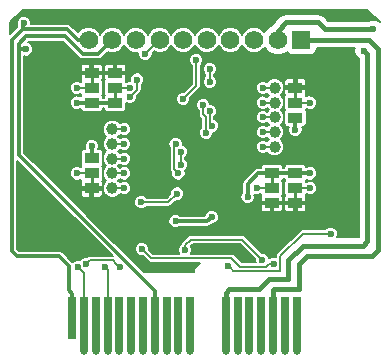
<source format=gbl>
G04 #@! TF.GenerationSoftware,KiCad,Pcbnew,(2018-01-07 revision 47989ccfc)-makepkg*
G04 #@! TF.CreationDate,2018-01-22T22:43:32+10:30*
G04 #@! TF.ProjectId,din_meter_atm90e26,64696E5F6D657465725F61746D393065,rev?*
G04 #@! TF.SameCoordinates,Original*
G04 #@! TF.FileFunction,Copper,L2,Bot,Mixed*
G04 #@! TF.FilePolarity,Positive*
%FSLAX46Y46*%
G04 Gerber Fmt 4.6, Leading zero omitted, Abs format (unit mm)*
G04 Created by KiCad (PCBNEW (2018-01-07 revision 47989ccfc)-makepkg) date 01/22/18 22:43:32*
%MOMM*%
%LPD*%
G01*
G04 APERTURE LIST*
%ADD10C,1.000000*%
%ADD11R,1.270000X0.970000*%
%ADD12R,1.575000X1.575000*%
%ADD13C,1.575000*%
%ADD14O,0.650000X0.650000*%
%ADD15R,0.650000X4.600000*%
%ADD16R,0.650000X3.600000*%
%ADD17C,0.600000*%
%ADD18C,0.250000*%
%ADD19C,0.150000*%
%ADD20C,0.300000*%
%ADD21C,0.400000*%
%ADD22C,0.200000*%
G04 APERTURE END LIST*
D10*
X138910000Y-70150000D03*
X138910000Y-68900000D03*
X138910000Y-73900000D03*
X138910000Y-72650000D03*
X138910000Y-71400000D03*
X152660000Y-70400000D03*
X152660000Y-69150000D03*
X152660000Y-67900000D03*
X152660000Y-66650000D03*
X152660000Y-65400000D03*
D11*
X137160000Y-64130000D03*
X137160000Y-65400000D03*
X137160000Y-66670000D03*
X137160000Y-71380000D03*
X137160000Y-72650000D03*
X137160000Y-73920000D03*
X139160000Y-64130000D03*
X139160000Y-65400000D03*
X139160000Y-66670000D03*
D12*
X154907000Y-61341000D03*
D13*
X152907000Y-61341000D03*
X150907000Y-61341000D03*
X148907000Y-61341000D03*
X146907000Y-61341000D03*
X144907000Y-61341000D03*
X142907000Y-61341000D03*
X140907000Y-61341000D03*
X138907000Y-61341000D03*
X136907000Y-61341000D03*
D11*
X152410000Y-75170000D03*
X152410000Y-73900000D03*
X152410000Y-72630000D03*
X154410000Y-75170000D03*
X154410000Y-73900000D03*
X154410000Y-72630000D03*
X154410000Y-67920000D03*
X154410000Y-66650000D03*
X154410000Y-65380000D03*
D14*
X136508000Y-87723000D03*
X154508000Y-87723000D03*
X153508000Y-87723000D03*
X148508000Y-87723000D03*
X145508000Y-87723000D03*
X152508000Y-87723000D03*
X149508000Y-87723000D03*
X137508000Y-87723000D03*
X151508000Y-87723000D03*
X150508000Y-87723000D03*
X144508000Y-87723000D03*
X143508000Y-87723000D03*
X142508000Y-87723000D03*
X141508000Y-87723000D03*
X140508000Y-87723000D03*
X139508000Y-87723000D03*
X138508000Y-87723000D03*
D15*
X149508000Y-85423000D03*
X148508000Y-85423000D03*
X154508000Y-85423000D03*
X153508000Y-85423000D03*
X152508000Y-85423000D03*
X151508000Y-85423000D03*
X150508000Y-85423000D03*
X145508000Y-85423000D03*
X144508000Y-85423000D03*
X143508000Y-85423000D03*
X142508000Y-85423000D03*
X141508000Y-85423000D03*
X140508000Y-85423000D03*
X139508000Y-85423000D03*
X138508000Y-85423000D03*
X137508000Y-85423000D03*
X136508000Y-85423000D03*
D16*
X135508000Y-84923000D03*
D17*
X140410000Y-65400000D03*
X144410000Y-74350000D03*
X141360000Y-75100000D03*
X141710000Y-62500000D03*
X146860000Y-69200000D03*
X146610000Y-66850000D03*
X144260000Y-70150000D03*
X144510000Y-72650000D03*
X144910000Y-66350000D03*
X146010000Y-63050000D03*
X144710000Y-70800000D03*
X144710000Y-71900000D03*
X135910000Y-72650000D03*
X144286000Y-79056000D03*
X145910000Y-79056000D03*
X142786461Y-79055354D03*
X148704000Y-79056000D03*
X138042239Y-79321293D03*
X155660000Y-70650000D03*
X151460000Y-71450000D03*
X135910000Y-68650000D03*
X138560000Y-67800000D03*
X131610000Y-59100000D03*
X136010000Y-60150000D03*
X134010000Y-62150000D03*
X160010000Y-59250000D03*
X152310000Y-59250000D03*
X145910000Y-60000000D03*
X159160000Y-74400000D03*
X159160000Y-77750000D03*
X143660000Y-73150000D03*
X140660000Y-79400000D03*
X152410000Y-79150000D03*
X149910000Y-79350000D03*
X155410000Y-77150000D03*
X135210000Y-78050000D03*
X151160000Y-74900000D03*
X154660000Y-63400000D03*
X149660000Y-63400000D03*
X140410000Y-64150000D03*
X135910000Y-64150000D03*
X135910000Y-73900000D03*
X132410000Y-64900000D03*
X132410000Y-70900000D03*
X132410000Y-75400000D03*
X147910000Y-66150000D03*
X159160000Y-63900000D03*
X159160000Y-68400000D03*
X155660000Y-75150000D03*
X155660000Y-65400000D03*
X135910000Y-65400000D03*
X147310000Y-76350000D03*
X150360000Y-74650000D03*
X144260000Y-76700000D03*
X154410000Y-68950000D03*
X137160000Y-70350000D03*
X135910000Y-66650000D03*
X155660000Y-72650000D03*
X151160000Y-73900000D03*
X155660000Y-66650000D03*
X155660000Y-73900000D03*
X147160000Y-63800000D03*
X147160000Y-64900000D03*
X147160000Y-67400000D03*
X147360000Y-68600000D03*
X151660000Y-70400000D03*
X151660000Y-69150000D03*
X151660000Y-67900000D03*
X151660000Y-66650000D03*
X151660000Y-65400000D03*
X139560000Y-80580000D03*
X136685978Y-80319685D03*
X136004000Y-80580000D03*
X141010000Y-64700000D03*
X140410000Y-66150000D03*
X139910000Y-68900000D03*
X139910000Y-70150000D03*
X139910000Y-71400000D03*
X139910000Y-72650000D03*
X139910000Y-73900000D03*
X138290000Y-80580000D03*
X131410000Y-59950000D03*
X141410000Y-79050000D03*
X152560000Y-80300000D03*
X148733208Y-80456023D03*
X157410000Y-77750000D03*
X145084798Y-79129816D03*
X151610000Y-80000000D03*
X160210000Y-62250000D03*
X161010000Y-60450000D03*
X131610000Y-62150000D03*
D18*
X139160000Y-65400000D02*
X139160000Y-66718000D01*
D19*
X140410000Y-65400000D02*
X139160000Y-65400000D01*
X144410000Y-74350000D02*
X143660000Y-75100000D01*
X143660000Y-75100000D02*
X141360000Y-75100000D01*
X141710000Y-62500000D02*
X142869000Y-61341000D01*
X142869000Y-61341000D02*
X142907000Y-61341000D01*
X146860000Y-69200000D02*
X146810000Y-69150000D01*
X146810000Y-69150000D02*
X146810000Y-67850000D01*
X146810000Y-67850000D02*
X146610000Y-67650000D01*
X146610000Y-67650000D02*
X146610000Y-66850000D01*
X144160000Y-70250000D02*
X144260000Y-70150000D01*
X144160000Y-72300000D02*
X144160000Y-70250000D01*
X144510000Y-72650000D02*
X144160000Y-72300000D01*
X146010000Y-65250000D02*
X146010000Y-63050000D01*
X144910000Y-66350000D02*
X146010000Y-65250000D01*
X144710000Y-71900000D02*
X144710000Y-70800000D01*
D18*
X137160000Y-72650000D02*
X137160000Y-73836000D01*
D19*
X137160000Y-72650000D02*
X135910000Y-72650000D01*
D20*
X141970035Y-80710035D02*
X143676247Y-80710035D01*
X143676247Y-80710035D02*
X144100511Y-80710035D01*
X140660000Y-79400000D02*
X141970035Y-80710035D01*
X155660000Y-70650000D02*
X154860000Y-71450000D01*
X154860000Y-71450000D02*
X151460000Y-71450000D01*
X135910000Y-68650000D02*
X136760000Y-67800000D01*
X136760000Y-67800000D02*
X138560000Y-67800000D01*
X136010000Y-60150000D02*
X136160000Y-60000000D01*
X159710000Y-58950000D02*
X160010000Y-59250000D01*
X152610000Y-58950000D02*
X159710000Y-58950000D01*
X152310000Y-59250000D02*
X152610000Y-58950000D01*
X136160000Y-60000000D02*
X145910000Y-60000000D01*
X151180000Y-75170000D02*
X151180000Y-74920000D01*
X151180000Y-74920000D02*
X151160000Y-74900000D01*
X140390000Y-64130000D02*
X140410000Y-64150000D01*
X139160000Y-64130000D02*
X140390000Y-64130000D01*
X135930000Y-64130000D02*
X135910000Y-64150000D01*
X137160000Y-64130000D02*
X135930000Y-64130000D01*
X135910000Y-73900000D02*
X135930000Y-73920000D01*
X135930000Y-73920000D02*
X137160000Y-73920000D01*
X152410000Y-75170000D02*
X151180000Y-75170000D01*
X151180000Y-75170000D02*
X151160000Y-75150000D01*
X154410000Y-75170000D02*
X155640000Y-75170000D01*
X155640000Y-75170000D02*
X155660000Y-75150000D01*
X155640000Y-65380000D02*
X154410000Y-65380000D01*
X155660000Y-65400000D02*
X155640000Y-65380000D01*
D18*
X137160000Y-65400000D02*
X137160000Y-64083000D01*
D19*
X135910000Y-65400000D02*
X137160000Y-65400000D01*
D20*
X151280000Y-72630000D02*
X152410000Y-72630000D01*
X150360000Y-73550000D02*
X151280000Y-72630000D01*
X150360000Y-74650000D02*
X150360000Y-73550000D01*
X146960000Y-76700000D02*
X147310000Y-76350000D01*
X144260000Y-76700000D02*
X146960000Y-76700000D01*
X154410000Y-67920000D02*
X154410000Y-68950000D01*
X137160000Y-71380000D02*
X137160000Y-70350000D01*
X135930000Y-66670000D02*
X135910000Y-66650000D01*
X137160000Y-66670000D02*
X135930000Y-66670000D01*
X137160000Y-66670000D02*
X139160000Y-66670000D01*
X154410000Y-72630000D02*
X152410000Y-72630000D01*
X154410000Y-72630000D02*
X155640000Y-72630000D01*
X155640000Y-72630000D02*
X155660000Y-72650000D01*
D18*
X152410000Y-73900000D02*
X152410000Y-72602000D01*
D19*
X151160000Y-73900000D02*
X152410000Y-73900000D01*
D18*
X154410000Y-66650000D02*
X154410000Y-65349000D01*
D19*
X154410000Y-66650000D02*
X155660000Y-66650000D01*
D18*
X154410000Y-73900000D02*
X154410000Y-75110000D01*
D19*
X155660000Y-73900000D02*
X154410000Y-73900000D01*
X147160000Y-64900000D02*
X147160000Y-63800000D01*
X147160000Y-68400000D02*
X147160000Y-67400000D01*
X147360000Y-68600000D02*
X147160000Y-68400000D01*
X151660000Y-70400000D02*
X152660000Y-70400000D01*
X151660000Y-69150000D02*
X152660000Y-69150000D01*
X152660000Y-67900000D02*
X151660000Y-67900000D01*
X151660000Y-66650000D02*
X152660000Y-66650000D01*
X151660000Y-65400000D02*
X152660000Y-65400000D01*
X138999686Y-80019686D02*
X139260001Y-80280001D01*
X136985977Y-80019686D02*
X138999686Y-80019686D01*
X136685978Y-80319685D02*
X136985977Y-80019686D01*
X139260001Y-80280001D02*
X139560000Y-80580000D01*
X136508000Y-85423000D02*
X136508000Y-81084000D01*
X136303999Y-80879999D02*
X136004000Y-80580000D01*
X136508000Y-81084000D02*
X136303999Y-80879999D01*
X141010000Y-65550000D02*
X141010000Y-64700000D01*
X140410000Y-66150000D02*
X141010000Y-65550000D01*
X139910000Y-68900000D02*
X138910000Y-68900000D01*
X139910000Y-70150000D02*
X138910000Y-70150000D01*
X138910000Y-71400000D02*
X139910000Y-71400000D01*
X139910000Y-72650000D02*
X138910000Y-72650000D01*
X139910000Y-73900000D02*
X138910000Y-73900000D01*
X138508000Y-85423000D02*
X138508000Y-80798000D01*
X138508000Y-80798000D02*
X138290000Y-80580000D01*
D20*
X131410000Y-59950000D02*
X131310000Y-60050000D01*
X131310000Y-60050000D02*
X131310000Y-60450000D01*
X130410000Y-61750000D02*
X130410000Y-61350000D01*
X130810000Y-79650000D02*
X130410000Y-79250000D01*
X130410000Y-79250000D02*
X130410000Y-62250000D01*
X130410000Y-62250000D02*
X130410000Y-61750000D01*
X135508000Y-84923000D02*
X135508000Y-82848000D01*
X134410000Y-79650000D02*
X133710000Y-79650000D01*
X135210000Y-80450000D02*
X134410000Y-79650000D01*
X135210000Y-82550000D02*
X135210000Y-80450000D01*
X135508000Y-82848000D02*
X135210000Y-82550000D01*
X133710000Y-79650000D02*
X130810000Y-79650000D01*
X136001000Y-61341000D02*
X136907000Y-61341000D01*
X135110000Y-60450000D02*
X136001000Y-61341000D01*
X131310000Y-60450000D02*
X135110000Y-60450000D01*
X130410000Y-61350000D02*
X131310000Y-60450000D01*
X136898000Y-61350000D02*
X136907000Y-61341000D01*
D19*
X151885736Y-80550000D02*
X152135736Y-80300000D01*
X149705002Y-80550000D02*
X151885736Y-80550000D01*
X148990021Y-79835019D02*
X149705002Y-80550000D01*
X141410000Y-79050000D02*
X142195019Y-79835019D01*
X142195019Y-79835019D02*
X148990021Y-79835019D01*
X152135736Y-80300000D02*
X152560000Y-80300000D01*
X155055404Y-77750000D02*
X153134998Y-79670406D01*
X153134998Y-79670406D02*
X153134998Y-80825002D01*
X149152183Y-80874998D02*
X149033207Y-80756022D01*
X157410000Y-77750000D02*
X155055404Y-77750000D01*
X153134998Y-80825002D02*
X153085002Y-80874998D01*
X149033207Y-80756022D02*
X148733208Y-80456023D01*
X153085002Y-80874998D02*
X149152183Y-80874998D01*
X145084798Y-78705552D02*
X145084798Y-79129816D01*
X145542349Y-78248001D02*
X145084798Y-78705552D01*
X151610000Y-80000000D02*
X149858001Y-78248001D01*
X149858001Y-78248001D02*
X145542349Y-78248001D01*
D21*
X153810000Y-81050000D02*
X153810000Y-81550000D01*
X153810000Y-79950000D02*
X153810000Y-81050000D01*
X152907000Y-61341000D02*
X152907000Y-60553000D01*
X160110000Y-78750000D02*
X155010000Y-78750000D01*
X160510000Y-78350000D02*
X160110000Y-78750000D01*
X160510000Y-62550000D02*
X160510000Y-78350000D01*
X160210000Y-62250000D02*
X160510000Y-62550000D01*
X156910000Y-60450000D02*
X161010000Y-60450000D01*
X156310000Y-59850000D02*
X156910000Y-60450000D01*
X153610000Y-59850000D02*
X156310000Y-59850000D01*
X152907000Y-60553000D02*
X153610000Y-59850000D01*
X155010000Y-78750000D02*
X153810000Y-79950000D01*
X153810000Y-81550000D02*
X152210000Y-81550000D01*
X148508000Y-82752000D02*
X148508000Y-85423000D01*
X148810000Y-82450000D02*
X148508000Y-82752000D01*
X151310000Y-82450000D02*
X148810000Y-82450000D01*
X152210000Y-81550000D02*
X151310000Y-82450000D01*
X152610000Y-82450000D02*
X152508000Y-82552000D01*
X154710000Y-82450000D02*
X153410000Y-82450000D01*
X153410000Y-82450000D02*
X152610000Y-82450000D01*
X154907000Y-61341000D02*
X160601000Y-61341000D01*
X152508000Y-82552000D02*
X152508000Y-85423000D01*
X154710000Y-80350000D02*
X154710000Y-81750000D01*
X155410000Y-79650000D02*
X154710000Y-80350000D01*
X160910000Y-79650000D02*
X155410000Y-79650000D01*
X161410000Y-79150000D02*
X160910000Y-79650000D01*
X161410000Y-62150000D02*
X161410000Y-79150000D01*
X160601000Y-61341000D02*
X161410000Y-62150000D01*
X154710000Y-81750000D02*
X154710000Y-82450000D01*
D20*
X142508000Y-85423000D02*
X142508000Y-82565996D01*
X131010000Y-71067996D02*
X131010000Y-62150000D01*
X142508000Y-82565996D02*
X131010000Y-71067996D01*
X131610000Y-62150000D02*
X131010000Y-62150000D01*
X131010000Y-62150000D02*
X131010000Y-61650000D01*
X136410000Y-62550000D02*
X137698000Y-62550000D01*
X134910000Y-61050000D02*
X136410000Y-62550000D01*
X131610000Y-61050000D02*
X134910000Y-61050000D01*
X131010000Y-61650000D02*
X131610000Y-61050000D01*
X137698000Y-62550000D02*
X138907000Y-61341000D01*
D22*
G36*
X136091802Y-62868198D02*
X136237792Y-62965746D01*
X136410000Y-63000000D01*
X137698000Y-63000000D01*
X137870208Y-62965746D01*
X138016198Y-62868198D01*
X138524639Y-62359757D01*
X138689734Y-62428310D01*
X139122368Y-62428688D01*
X139522214Y-62263475D01*
X139828400Y-61957823D01*
X139906988Y-61768561D01*
X139984525Y-61956214D01*
X140290177Y-62262400D01*
X140689734Y-62428310D01*
X141110062Y-62428677D01*
X141109896Y-62618824D01*
X141201048Y-62839429D01*
X141369683Y-63008359D01*
X141590129Y-63099896D01*
X141828824Y-63100104D01*
X142049429Y-63008952D01*
X142218359Y-62840317D01*
X142309896Y-62619871D01*
X142310061Y-62430269D01*
X142422843Y-62317487D01*
X142689734Y-62428310D01*
X143122368Y-62428688D01*
X143522214Y-62263475D01*
X143828400Y-61957823D01*
X143906988Y-61768561D01*
X143984525Y-61956214D01*
X144290177Y-62262400D01*
X144689734Y-62428310D01*
X145122368Y-62428688D01*
X145522214Y-62263475D01*
X145828400Y-61957823D01*
X145906988Y-61768561D01*
X145984525Y-61956214D01*
X146290177Y-62262400D01*
X146689734Y-62428310D01*
X147122368Y-62428688D01*
X147522214Y-62263475D01*
X147828400Y-61957823D01*
X147906988Y-61768561D01*
X147984525Y-61956214D01*
X148290177Y-62262400D01*
X148689734Y-62428310D01*
X149122368Y-62428688D01*
X149522214Y-62263475D01*
X149828400Y-61957823D01*
X149906988Y-61768561D01*
X149984525Y-61956214D01*
X150290177Y-62262400D01*
X150689734Y-62428310D01*
X151122368Y-62428688D01*
X151522214Y-62263475D01*
X151786196Y-61999953D01*
X151814874Y-62069358D01*
X152176737Y-62431853D01*
X152649777Y-62628276D01*
X153161976Y-62628723D01*
X153635358Y-62433126D01*
X153687153Y-62381422D01*
X153759020Y-62488980D01*
X153924410Y-62599489D01*
X154119500Y-62638295D01*
X155694500Y-62638295D01*
X155889590Y-62599489D01*
X156054980Y-62488980D01*
X156165489Y-62323590D01*
X156204295Y-62128500D01*
X156204295Y-62041000D01*
X159430557Y-62041000D01*
X159410139Y-62090172D01*
X159409861Y-62408432D01*
X159531397Y-62702572D01*
X159756245Y-62927812D01*
X159810000Y-62950133D01*
X159810000Y-78050000D01*
X157935100Y-78050000D01*
X158009896Y-77869871D01*
X158010104Y-77631176D01*
X157918952Y-77410571D01*
X157750317Y-77241641D01*
X157529871Y-77150104D01*
X157291176Y-77149896D01*
X157070571Y-77241048D01*
X156936385Y-77375000D01*
X155055404Y-77375000D01*
X154911897Y-77403545D01*
X154790239Y-77484835D01*
X152869833Y-79405241D01*
X152788543Y-79526899D01*
X152764078Y-79649896D01*
X152759998Y-79670406D01*
X152759998Y-79733376D01*
X152679871Y-79700104D01*
X152441176Y-79699896D01*
X152220571Y-79791048D01*
X152186795Y-79824765D01*
X152118952Y-79660571D01*
X151950317Y-79491641D01*
X151729871Y-79400104D01*
X151540269Y-79399939D01*
X150123166Y-77982836D01*
X150001508Y-77901546D01*
X149858001Y-77873001D01*
X145542349Y-77873001D01*
X145398843Y-77901546D01*
X145277184Y-77982836D01*
X144819633Y-78440387D01*
X144738343Y-78562045D01*
X144738343Y-78562046D01*
X144722004Y-78644188D01*
X144576439Y-78789499D01*
X144484902Y-79009945D01*
X144484694Y-79248640D01*
X144572034Y-79460019D01*
X142350349Y-79460019D01*
X142009940Y-79119610D01*
X142010104Y-78931176D01*
X141918952Y-78710571D01*
X141750317Y-78541641D01*
X141529871Y-78450104D01*
X141291176Y-78449896D01*
X141070571Y-78541048D01*
X140901641Y-78709683D01*
X140810104Y-78930129D01*
X140809896Y-79168824D01*
X140901048Y-79389429D01*
X141069683Y-79558359D01*
X141290129Y-79649896D01*
X141479731Y-79650061D01*
X141929854Y-80100184D01*
X142051513Y-80181474D01*
X142195019Y-80210019D01*
X146335651Y-80210019D01*
X145911835Y-80633835D01*
X145830545Y-80755493D01*
X145804437Y-80886746D01*
X145802000Y-80899000D01*
X145802000Y-80988000D01*
X141566400Y-80988000D01*
X137397224Y-76818824D01*
X143659896Y-76818824D01*
X143751048Y-77039429D01*
X143919683Y-77208359D01*
X144140129Y-77299896D01*
X144378824Y-77300104D01*
X144599429Y-77208952D01*
X144658484Y-77150000D01*
X146960000Y-77150000D01*
X147132208Y-77115746D01*
X147278198Y-77018198D01*
X147346364Y-76950032D01*
X147428824Y-76950104D01*
X147649429Y-76858952D01*
X147818359Y-76690317D01*
X147909896Y-76469871D01*
X147910104Y-76231176D01*
X147818952Y-76010571D01*
X147650317Y-75841641D01*
X147429871Y-75750104D01*
X147191176Y-75749896D01*
X146970571Y-75841048D01*
X146801641Y-76009683D01*
X146710104Y-76230129D01*
X146710087Y-76250000D01*
X144658574Y-76250000D01*
X144600317Y-76191641D01*
X144379871Y-76100104D01*
X144141176Y-76099896D01*
X143920571Y-76191048D01*
X143751641Y-76359683D01*
X143660104Y-76580129D01*
X143659896Y-76818824D01*
X137397224Y-76818824D01*
X135797224Y-75218824D01*
X140759896Y-75218824D01*
X140851048Y-75439429D01*
X141019683Y-75608359D01*
X141240129Y-75699896D01*
X141478824Y-75700104D01*
X141699429Y-75608952D01*
X141833615Y-75475000D01*
X143660000Y-75475000D01*
X143803507Y-75446455D01*
X143925165Y-75365165D01*
X143945330Y-75345000D01*
X151475000Y-75345000D01*
X151475000Y-75714673D01*
X151520672Y-75824936D01*
X151605063Y-75909328D01*
X151715326Y-75955000D01*
X152235000Y-75955000D01*
X152310000Y-75880000D01*
X152310000Y-75270000D01*
X152510000Y-75270000D01*
X152510000Y-75880000D01*
X152585000Y-75955000D01*
X153104674Y-75955000D01*
X153214937Y-75909328D01*
X153299328Y-75824936D01*
X153345000Y-75714673D01*
X153345000Y-75345000D01*
X153270000Y-75270000D01*
X152510000Y-75270000D01*
X152310000Y-75270000D01*
X151550000Y-75270000D01*
X151475000Y-75345000D01*
X143945330Y-75345000D01*
X144340390Y-74949940D01*
X144528824Y-74950104D01*
X144749429Y-74858952D01*
X144839714Y-74768824D01*
X149759896Y-74768824D01*
X149851048Y-74989429D01*
X150019683Y-75158359D01*
X150240129Y-75249896D01*
X150478824Y-75250104D01*
X150699429Y-75158952D01*
X150868359Y-74990317D01*
X150959896Y-74769871D01*
X150960104Y-74531176D01*
X150927929Y-74453307D01*
X151040129Y-74499896D01*
X151278824Y-74500104D01*
X151475827Y-74418704D01*
X151492407Y-74502054D01*
X151513182Y-74533147D01*
X151475000Y-74625327D01*
X151475000Y-74995000D01*
X151550000Y-75070000D01*
X152310000Y-75070000D01*
X152310000Y-75050000D01*
X152510000Y-75050000D01*
X152510000Y-75070000D01*
X153270000Y-75070000D01*
X153345000Y-74995000D01*
X153345000Y-74625327D01*
X153306818Y-74533147D01*
X153327593Y-74502054D01*
X153350877Y-74385000D01*
X153350877Y-73415000D01*
X153327593Y-73297946D01*
X153305580Y-73265000D01*
X153327593Y-73232054D01*
X153350877Y-73115000D01*
X153350877Y-73080000D01*
X153469123Y-73080000D01*
X153469123Y-73115000D01*
X153492407Y-73232054D01*
X153514420Y-73265000D01*
X153492407Y-73297946D01*
X153469123Y-73415000D01*
X153469123Y-74385000D01*
X153492407Y-74502054D01*
X153513182Y-74533147D01*
X153475000Y-74625327D01*
X153475000Y-74995000D01*
X153550000Y-75070000D01*
X153985000Y-75070000D01*
X153985000Y-75110000D01*
X154016826Y-75270000D01*
X153550000Y-75270000D01*
X153475000Y-75345000D01*
X153475000Y-75714673D01*
X153520672Y-75824936D01*
X153605063Y-75909328D01*
X153715326Y-75955000D01*
X154235000Y-75955000D01*
X154310000Y-75880000D01*
X154310000Y-75515109D01*
X154410000Y-75535000D01*
X154510000Y-75515109D01*
X154510000Y-75880000D01*
X154585000Y-75955000D01*
X155104674Y-75955000D01*
X155214937Y-75909328D01*
X155299328Y-75824936D01*
X155345000Y-75714673D01*
X155345000Y-75345000D01*
X155270000Y-75270000D01*
X154803174Y-75270000D01*
X154835000Y-75110000D01*
X154835000Y-75070000D01*
X155270000Y-75070000D01*
X155345000Y-74995000D01*
X155345000Y-74625327D01*
X155306818Y-74533147D01*
X155327593Y-74502054D01*
X155344205Y-74418541D01*
X155540129Y-74499896D01*
X155778824Y-74500104D01*
X155999429Y-74408952D01*
X156168359Y-74240317D01*
X156259896Y-74019871D01*
X156260104Y-73781176D01*
X156168952Y-73560571D01*
X156000317Y-73391641D01*
X155779871Y-73300104D01*
X155541176Y-73299896D01*
X155344173Y-73381296D01*
X155327593Y-73297946D01*
X155305580Y-73265000D01*
X155327593Y-73232054D01*
X155340530Y-73167016D01*
X155540129Y-73249896D01*
X155778824Y-73250104D01*
X155999429Y-73158952D01*
X156168359Y-72990317D01*
X156259896Y-72769871D01*
X156260104Y-72531176D01*
X156168952Y-72310571D01*
X156000317Y-72141641D01*
X155779871Y-72050104D01*
X155541176Y-72049896D01*
X155347849Y-72129777D01*
X155327593Y-72027946D01*
X155261288Y-71928712D01*
X155162054Y-71862407D01*
X155045000Y-71839123D01*
X153775000Y-71839123D01*
X153657946Y-71862407D01*
X153558712Y-71928712D01*
X153492407Y-72027946D01*
X153469123Y-72145000D01*
X153469123Y-72180000D01*
X153350877Y-72180000D01*
X153350877Y-72145000D01*
X153327593Y-72027946D01*
X153261288Y-71928712D01*
X153162054Y-71862407D01*
X153045000Y-71839123D01*
X151775000Y-71839123D01*
X151657946Y-71862407D01*
X151558712Y-71928712D01*
X151492407Y-72027946D01*
X151469123Y-72145000D01*
X151469123Y-72180000D01*
X151280000Y-72180000D01*
X151107792Y-72214254D01*
X150961802Y-72311802D01*
X150041802Y-73231802D01*
X149944254Y-73377792D01*
X149910000Y-73550000D01*
X149910000Y-74251426D01*
X149851641Y-74309683D01*
X149760104Y-74530129D01*
X149759896Y-74768824D01*
X144839714Y-74768824D01*
X144918359Y-74690317D01*
X145009896Y-74469871D01*
X145010104Y-74231176D01*
X144918952Y-74010571D01*
X144750317Y-73841641D01*
X144529871Y-73750104D01*
X144291176Y-73749896D01*
X144070571Y-73841048D01*
X143901641Y-74009683D01*
X143810104Y-74230129D01*
X143809939Y-74419731D01*
X143504670Y-74725000D01*
X141833443Y-74725000D01*
X141700317Y-74591641D01*
X141479871Y-74500104D01*
X141241176Y-74499896D01*
X141020571Y-74591048D01*
X140851641Y-74759683D01*
X140760104Y-74980129D01*
X140759896Y-75218824D01*
X135797224Y-75218824D01*
X133347224Y-72768824D01*
X135309896Y-72768824D01*
X135401048Y-72989429D01*
X135569683Y-73158359D01*
X135790129Y-73249896D01*
X136028824Y-73250104D01*
X136225827Y-73168704D01*
X136242407Y-73252054D01*
X136263182Y-73283147D01*
X136225000Y-73375327D01*
X136225000Y-73745000D01*
X136300000Y-73820000D01*
X136735000Y-73820000D01*
X136735000Y-73836000D01*
X136767351Y-73998640D01*
X136781623Y-74020000D01*
X136300000Y-74020000D01*
X136225000Y-74095000D01*
X136225000Y-74464673D01*
X136270672Y-74574936D01*
X136355063Y-74659328D01*
X136465326Y-74705000D01*
X136985000Y-74705000D01*
X137060000Y-74630000D01*
X137060000Y-74241109D01*
X137160000Y-74261000D01*
X137260000Y-74241109D01*
X137260000Y-74630000D01*
X137335000Y-74705000D01*
X137854674Y-74705000D01*
X137964937Y-74659328D01*
X138049328Y-74574936D01*
X138095000Y-74464673D01*
X138095000Y-74095000D01*
X138020000Y-74020000D01*
X137538377Y-74020000D01*
X137552649Y-73998640D01*
X137585000Y-73836000D01*
X137585000Y-73820000D01*
X138020000Y-73820000D01*
X138095000Y-73745000D01*
X138095000Y-73375327D01*
X138056818Y-73283147D01*
X138077593Y-73252054D01*
X138100877Y-73135000D01*
X138100877Y-72165000D01*
X138077593Y-72047946D01*
X138055580Y-72015000D01*
X138077593Y-71982054D01*
X138100877Y-71865000D01*
X138100877Y-70895000D01*
X138077593Y-70777946D01*
X138011288Y-70678712D01*
X137912054Y-70612407D01*
X137795000Y-70589123D01*
X137710378Y-70589123D01*
X137759896Y-70469871D01*
X137760104Y-70231176D01*
X137668952Y-70010571D01*
X137500317Y-69841641D01*
X137279871Y-69750104D01*
X137041176Y-69749896D01*
X136820571Y-69841048D01*
X136651641Y-70009683D01*
X136560104Y-70230129D01*
X136559896Y-70468824D01*
X136609602Y-70589123D01*
X136525000Y-70589123D01*
X136407946Y-70612407D01*
X136308712Y-70678712D01*
X136242407Y-70777946D01*
X136219123Y-70895000D01*
X136219123Y-71865000D01*
X136242407Y-71982054D01*
X136264420Y-72015000D01*
X136242407Y-72047946D01*
X136225795Y-72131459D01*
X136029871Y-72050104D01*
X135791176Y-72049896D01*
X135570571Y-72141048D01*
X135401641Y-72309683D01*
X135310104Y-72530129D01*
X135309896Y-72768824D01*
X133347224Y-72768824D01*
X131460000Y-70881600D01*
X131460000Y-69058432D01*
X138109861Y-69058432D01*
X138231397Y-69352572D01*
X138403628Y-69525103D01*
X138232188Y-69696245D01*
X138110139Y-69990172D01*
X138109861Y-70308432D01*
X138231397Y-70602572D01*
X138403628Y-70775103D01*
X138232188Y-70946245D01*
X138110139Y-71240172D01*
X138109861Y-71558432D01*
X138231397Y-71852572D01*
X138403628Y-72025103D01*
X138232188Y-72196245D01*
X138110139Y-72490172D01*
X138109861Y-72808432D01*
X138231397Y-73102572D01*
X138403628Y-73275103D01*
X138232188Y-73446245D01*
X138110139Y-73740172D01*
X138109861Y-74058432D01*
X138231397Y-74352572D01*
X138456245Y-74577812D01*
X138750172Y-74699861D01*
X139068432Y-74700139D01*
X139362572Y-74578603D01*
X139551430Y-74390074D01*
X139569683Y-74408359D01*
X139790129Y-74499896D01*
X140028824Y-74500104D01*
X140249429Y-74408952D01*
X140418359Y-74240317D01*
X140509896Y-74019871D01*
X140510104Y-73781176D01*
X140418952Y-73560571D01*
X140250317Y-73391641D01*
X140029871Y-73300104D01*
X139791176Y-73299896D01*
X139570571Y-73391048D01*
X139551413Y-73410173D01*
X139416372Y-73274897D01*
X139551430Y-73140074D01*
X139569683Y-73158359D01*
X139790129Y-73249896D01*
X140028824Y-73250104D01*
X140249429Y-73158952D01*
X140418359Y-72990317D01*
X140509896Y-72769871D01*
X140510104Y-72531176D01*
X140418952Y-72310571D01*
X140250317Y-72141641D01*
X140029871Y-72050104D01*
X139791176Y-72049896D01*
X139570571Y-72141048D01*
X139551413Y-72160173D01*
X139416372Y-72024897D01*
X139551430Y-71890074D01*
X139569683Y-71908359D01*
X139790129Y-71999896D01*
X140028824Y-72000104D01*
X140249429Y-71908952D01*
X140418359Y-71740317D01*
X140509896Y-71519871D01*
X140510104Y-71281176D01*
X140418952Y-71060571D01*
X140250317Y-70891641D01*
X140029871Y-70800104D01*
X139791176Y-70799896D01*
X139570571Y-70891048D01*
X139551413Y-70910173D01*
X139416372Y-70774897D01*
X139551430Y-70640074D01*
X139569683Y-70658359D01*
X139790129Y-70749896D01*
X140028824Y-70750104D01*
X140249429Y-70658952D01*
X140418359Y-70490317D01*
X140509896Y-70269871D01*
X140509896Y-70268824D01*
X143659896Y-70268824D01*
X143751048Y-70489429D01*
X143785000Y-70523440D01*
X143785000Y-72300000D01*
X143813545Y-72443507D01*
X143894835Y-72565165D01*
X143910060Y-72580390D01*
X143909896Y-72768824D01*
X144001048Y-72989429D01*
X144169683Y-73158359D01*
X144390129Y-73249896D01*
X144628824Y-73250104D01*
X144849429Y-73158952D01*
X145018359Y-72990317D01*
X145109896Y-72769871D01*
X145110104Y-72531176D01*
X145056631Y-72401762D01*
X145218359Y-72240317D01*
X145309896Y-72019871D01*
X145310104Y-71781176D01*
X145218952Y-71560571D01*
X145085000Y-71426385D01*
X145085000Y-71273443D01*
X145218359Y-71140317D01*
X145309896Y-70919871D01*
X145310104Y-70681176D01*
X145218952Y-70460571D01*
X145050317Y-70291641D01*
X144859946Y-70212592D01*
X144860104Y-70031176D01*
X144768952Y-69810571D01*
X144600317Y-69641641D01*
X144379871Y-69550104D01*
X144141176Y-69549896D01*
X143920571Y-69641048D01*
X143751641Y-69809683D01*
X143660104Y-70030129D01*
X143659896Y-70268824D01*
X140509896Y-70268824D01*
X140510104Y-70031176D01*
X140418952Y-69810571D01*
X140250317Y-69641641D01*
X140029871Y-69550104D01*
X139791176Y-69549896D01*
X139570571Y-69641048D01*
X139551413Y-69660173D01*
X139416372Y-69524897D01*
X139551430Y-69390074D01*
X139569683Y-69408359D01*
X139790129Y-69499896D01*
X140028824Y-69500104D01*
X140249429Y-69408952D01*
X140418359Y-69240317D01*
X140509896Y-69019871D01*
X140510104Y-68781176D01*
X140418952Y-68560571D01*
X140250317Y-68391641D01*
X140029871Y-68300104D01*
X139791176Y-68299896D01*
X139570571Y-68391048D01*
X139551413Y-68410173D01*
X139363755Y-68222188D01*
X139069828Y-68100139D01*
X138751568Y-68099861D01*
X138457428Y-68221397D01*
X138232188Y-68446245D01*
X138110139Y-68740172D01*
X138109861Y-69058432D01*
X131460000Y-69058432D01*
X131460000Y-65518824D01*
X135309896Y-65518824D01*
X135401048Y-65739429D01*
X135569683Y-65908359D01*
X135790129Y-65999896D01*
X136028824Y-66000104D01*
X136225827Y-65918704D01*
X136242407Y-66002054D01*
X136264420Y-66035000D01*
X136242407Y-66067946D01*
X136229470Y-66132984D01*
X136029871Y-66050104D01*
X135791176Y-66049896D01*
X135570571Y-66141048D01*
X135401641Y-66309683D01*
X135310104Y-66530129D01*
X135309896Y-66768824D01*
X135401048Y-66989429D01*
X135569683Y-67158359D01*
X135790129Y-67249896D01*
X136028824Y-67250104D01*
X136222151Y-67170223D01*
X136242407Y-67272054D01*
X136308712Y-67371288D01*
X136407946Y-67437593D01*
X136525000Y-67460877D01*
X137795000Y-67460877D01*
X137912054Y-67437593D01*
X138011288Y-67371288D01*
X138077593Y-67272054D01*
X138100877Y-67155000D01*
X138100877Y-67120000D01*
X138219123Y-67120000D01*
X138219123Y-67155000D01*
X138242407Y-67272054D01*
X138308712Y-67371288D01*
X138407946Y-67437593D01*
X138525000Y-67460877D01*
X139795000Y-67460877D01*
X139912054Y-67437593D01*
X140011288Y-67371288D01*
X140077593Y-67272054D01*
X140100877Y-67155000D01*
X140100877Y-66968824D01*
X146009896Y-66968824D01*
X146101048Y-67189429D01*
X146235000Y-67323615D01*
X146235000Y-67650000D01*
X146263545Y-67793507D01*
X146344835Y-67915165D01*
X146435000Y-68005330D01*
X146435000Y-68776470D01*
X146351641Y-68859683D01*
X146260104Y-69080129D01*
X146259896Y-69318824D01*
X146351048Y-69539429D01*
X146519683Y-69708359D01*
X146740129Y-69799896D01*
X146978824Y-69800104D01*
X147199429Y-69708952D01*
X147368359Y-69540317D01*
X147459896Y-69319871D01*
X147460000Y-69200088D01*
X147478824Y-69200104D01*
X147699429Y-69108952D01*
X147868359Y-68940317D01*
X147959896Y-68719871D01*
X147960104Y-68481176D01*
X147868952Y-68260571D01*
X147700317Y-68091641D01*
X147535000Y-68022996D01*
X147535000Y-67873443D01*
X147668359Y-67740317D01*
X147759896Y-67519871D01*
X147760104Y-67281176D01*
X147668952Y-67060571D01*
X147500317Y-66891641D01*
X147279871Y-66800104D01*
X147210044Y-66800043D01*
X147210104Y-66731176D01*
X147118952Y-66510571D01*
X146950317Y-66341641D01*
X146729871Y-66250104D01*
X146491176Y-66249896D01*
X146270571Y-66341048D01*
X146101641Y-66509683D01*
X146010104Y-66730129D01*
X146009896Y-66968824D01*
X140100877Y-66968824D01*
X140100877Y-66671312D01*
X140290129Y-66749896D01*
X140528824Y-66750104D01*
X140749429Y-66658952D01*
X140918359Y-66490317D01*
X140927283Y-66468824D01*
X144309896Y-66468824D01*
X144401048Y-66689429D01*
X144569683Y-66858359D01*
X144790129Y-66949896D01*
X145028824Y-66950104D01*
X145249429Y-66858952D01*
X145418359Y-66690317D01*
X145509896Y-66469871D01*
X145510061Y-66280269D01*
X146271506Y-65518824D01*
X151059896Y-65518824D01*
X151151048Y-65739429D01*
X151319683Y-65908359D01*
X151540129Y-65999896D01*
X151778824Y-66000104D01*
X151999429Y-65908952D01*
X152018587Y-65889827D01*
X152153628Y-66025103D01*
X152018570Y-66159926D01*
X152000317Y-66141641D01*
X151779871Y-66050104D01*
X151541176Y-66049896D01*
X151320571Y-66141048D01*
X151151641Y-66309683D01*
X151060104Y-66530129D01*
X151059896Y-66768824D01*
X151151048Y-66989429D01*
X151319683Y-67158359D01*
X151540129Y-67249896D01*
X151778824Y-67250104D01*
X151999429Y-67158952D01*
X152018587Y-67139827D01*
X152153628Y-67275103D01*
X152018570Y-67409926D01*
X152000317Y-67391641D01*
X151779871Y-67300104D01*
X151541176Y-67299896D01*
X151320571Y-67391048D01*
X151151641Y-67559683D01*
X151060104Y-67780129D01*
X151059896Y-68018824D01*
X151151048Y-68239429D01*
X151319683Y-68408359D01*
X151540129Y-68499896D01*
X151778824Y-68500104D01*
X151999429Y-68408952D01*
X152018587Y-68389827D01*
X152153628Y-68525103D01*
X152018570Y-68659926D01*
X152000317Y-68641641D01*
X151779871Y-68550104D01*
X151541176Y-68549896D01*
X151320571Y-68641048D01*
X151151641Y-68809683D01*
X151060104Y-69030129D01*
X151059896Y-69268824D01*
X151151048Y-69489429D01*
X151319683Y-69658359D01*
X151540129Y-69749896D01*
X151778824Y-69750104D01*
X151999429Y-69658952D01*
X152018587Y-69639827D01*
X152153628Y-69775103D01*
X152018570Y-69909926D01*
X152000317Y-69891641D01*
X151779871Y-69800104D01*
X151541176Y-69799896D01*
X151320571Y-69891048D01*
X151151641Y-70059683D01*
X151060104Y-70280129D01*
X151059896Y-70518824D01*
X151151048Y-70739429D01*
X151319683Y-70908359D01*
X151540129Y-70999896D01*
X151778824Y-71000104D01*
X151999429Y-70908952D01*
X152018587Y-70889827D01*
X152206245Y-71077812D01*
X152500172Y-71199861D01*
X152818432Y-71200139D01*
X153112572Y-71078603D01*
X153337812Y-70853755D01*
X153459861Y-70559828D01*
X153460139Y-70241568D01*
X153338603Y-69947428D01*
X153166372Y-69774897D01*
X153337812Y-69603755D01*
X153459861Y-69309828D01*
X153460139Y-68991568D01*
X153338603Y-68697428D01*
X153166372Y-68524897D01*
X153337812Y-68353755D01*
X153459861Y-68059828D01*
X153460139Y-67741568D01*
X153338603Y-67447428D01*
X153166372Y-67274897D01*
X153337812Y-67103755D01*
X153459861Y-66809828D01*
X153460139Y-66491568D01*
X153338603Y-66197428D01*
X153306232Y-66165000D01*
X153469123Y-66165000D01*
X153469123Y-67135000D01*
X153492407Y-67252054D01*
X153514420Y-67285000D01*
X153492407Y-67317946D01*
X153469123Y-67435000D01*
X153469123Y-68405000D01*
X153492407Y-68522054D01*
X153558712Y-68621288D01*
X153657946Y-68687593D01*
X153775000Y-68710877D01*
X153859622Y-68710877D01*
X153810104Y-68830129D01*
X153809896Y-69068824D01*
X153901048Y-69289429D01*
X154069683Y-69458359D01*
X154290129Y-69549896D01*
X154528824Y-69550104D01*
X154749429Y-69458952D01*
X154918359Y-69290317D01*
X155009896Y-69069871D01*
X155010104Y-68831176D01*
X154960398Y-68710877D01*
X155045000Y-68710877D01*
X155162054Y-68687593D01*
X155261288Y-68621288D01*
X155327593Y-68522054D01*
X155350877Y-68405000D01*
X155350877Y-67435000D01*
X155327593Y-67317946D01*
X155305580Y-67285000D01*
X155327593Y-67252054D01*
X155344205Y-67168541D01*
X155540129Y-67249896D01*
X155778824Y-67250104D01*
X155999429Y-67158952D01*
X156168359Y-66990317D01*
X156259896Y-66769871D01*
X156260104Y-66531176D01*
X156168952Y-66310571D01*
X156000317Y-66141641D01*
X155779871Y-66050104D01*
X155541176Y-66049896D01*
X155344173Y-66131296D01*
X155327593Y-66047946D01*
X155306818Y-66016853D01*
X155345000Y-65924673D01*
X155345000Y-65555000D01*
X155270000Y-65480000D01*
X154835000Y-65480000D01*
X154835000Y-65349000D01*
X154821275Y-65280000D01*
X155270000Y-65280000D01*
X155345000Y-65205000D01*
X155345000Y-64835327D01*
X155299328Y-64725064D01*
X155214937Y-64640672D01*
X155104674Y-64595000D01*
X154585000Y-64595000D01*
X154510000Y-64670000D01*
X154510000Y-64943891D01*
X154410000Y-64924000D01*
X154310000Y-64943891D01*
X154310000Y-64670000D01*
X154235000Y-64595000D01*
X153715326Y-64595000D01*
X153605063Y-64640672D01*
X153520672Y-64725064D01*
X153475000Y-64835327D01*
X153475000Y-65205000D01*
X153550000Y-65280000D01*
X153998725Y-65280000D01*
X153985000Y-65349000D01*
X153985000Y-65480000D01*
X153550000Y-65480000D01*
X153475000Y-65555000D01*
X153475000Y-65924673D01*
X153513182Y-66016853D01*
X153492407Y-66047946D01*
X153469123Y-66165000D01*
X153306232Y-66165000D01*
X153166372Y-66024897D01*
X153337812Y-65853755D01*
X153459861Y-65559828D01*
X153460139Y-65241568D01*
X153338603Y-64947428D01*
X153113755Y-64722188D01*
X152819828Y-64600139D01*
X152501568Y-64599861D01*
X152207428Y-64721397D01*
X152018570Y-64909926D01*
X152000317Y-64891641D01*
X151779871Y-64800104D01*
X151541176Y-64799896D01*
X151320571Y-64891048D01*
X151151641Y-65059683D01*
X151060104Y-65280129D01*
X151059896Y-65518824D01*
X146271506Y-65518824D01*
X146275165Y-65515165D01*
X146356455Y-65393507D01*
X146385000Y-65250000D01*
X146385000Y-63918824D01*
X146559896Y-63918824D01*
X146651048Y-64139429D01*
X146785000Y-64273615D01*
X146785000Y-64426557D01*
X146651641Y-64559683D01*
X146560104Y-64780129D01*
X146559896Y-65018824D01*
X146651048Y-65239429D01*
X146819683Y-65408359D01*
X147040129Y-65499896D01*
X147278824Y-65500104D01*
X147499429Y-65408952D01*
X147668359Y-65240317D01*
X147759896Y-65019871D01*
X147760104Y-64781176D01*
X147668952Y-64560571D01*
X147535000Y-64426385D01*
X147535000Y-64273443D01*
X147668359Y-64140317D01*
X147759896Y-63919871D01*
X147760104Y-63681176D01*
X147668952Y-63460571D01*
X147500317Y-63291641D01*
X147279871Y-63200104D01*
X147041176Y-63199896D01*
X146820571Y-63291048D01*
X146651641Y-63459683D01*
X146560104Y-63680129D01*
X146559896Y-63918824D01*
X146385000Y-63918824D01*
X146385000Y-63523443D01*
X146518359Y-63390317D01*
X146609896Y-63169871D01*
X146610104Y-62931176D01*
X146518952Y-62710571D01*
X146350317Y-62541641D01*
X146129871Y-62450104D01*
X145891176Y-62449896D01*
X145670571Y-62541048D01*
X145501641Y-62709683D01*
X145410104Y-62930129D01*
X145409896Y-63168824D01*
X145501048Y-63389429D01*
X145635000Y-63523615D01*
X145635000Y-65094670D01*
X144979610Y-65750060D01*
X144791176Y-65749896D01*
X144570571Y-65841048D01*
X144401641Y-66009683D01*
X144310104Y-66230129D01*
X144309896Y-66468824D01*
X140927283Y-66468824D01*
X141009896Y-66269871D01*
X141010061Y-66080269D01*
X141275165Y-65815165D01*
X141356455Y-65693507D01*
X141385000Y-65550000D01*
X141385000Y-65173443D01*
X141518359Y-65040317D01*
X141609896Y-64819871D01*
X141610104Y-64581176D01*
X141518952Y-64360571D01*
X141350317Y-64191641D01*
X141129871Y-64100104D01*
X140891176Y-64099896D01*
X140670571Y-64191048D01*
X140501641Y-64359683D01*
X140410104Y-64580129D01*
X140409912Y-64799999D01*
X140291176Y-64799896D01*
X140094173Y-64881296D01*
X140077593Y-64797946D01*
X140056818Y-64766853D01*
X140095000Y-64674673D01*
X140095000Y-64305000D01*
X140020000Y-64230000D01*
X139260000Y-64230000D01*
X139260000Y-64250000D01*
X139060000Y-64250000D01*
X139060000Y-64230000D01*
X138300000Y-64230000D01*
X138225000Y-64305000D01*
X138225000Y-64674673D01*
X138263182Y-64766853D01*
X138242407Y-64797946D01*
X138219123Y-64915000D01*
X138219123Y-65885000D01*
X138242407Y-66002054D01*
X138264420Y-66035000D01*
X138242407Y-66067946D01*
X138219123Y-66185000D01*
X138219123Y-66220000D01*
X138100877Y-66220000D01*
X138100877Y-66185000D01*
X138077593Y-66067946D01*
X138055580Y-66035000D01*
X138077593Y-66002054D01*
X138100877Y-65885000D01*
X138100877Y-64915000D01*
X138077593Y-64797946D01*
X138056818Y-64766853D01*
X138095000Y-64674673D01*
X138095000Y-64305000D01*
X138020000Y-64230000D01*
X137585000Y-64230000D01*
X137585000Y-64083000D01*
X137574458Y-64030000D01*
X138020000Y-64030000D01*
X138095000Y-63955000D01*
X138095000Y-63585327D01*
X138225000Y-63585327D01*
X138225000Y-63955000D01*
X138300000Y-64030000D01*
X139060000Y-64030000D01*
X139060000Y-63420000D01*
X139260000Y-63420000D01*
X139260000Y-64030000D01*
X140020000Y-64030000D01*
X140095000Y-63955000D01*
X140095000Y-63585327D01*
X140049328Y-63475064D01*
X139964937Y-63390672D01*
X139854674Y-63345000D01*
X139335000Y-63345000D01*
X139260000Y-63420000D01*
X139060000Y-63420000D01*
X138985000Y-63345000D01*
X138465326Y-63345000D01*
X138355063Y-63390672D01*
X138270672Y-63475064D01*
X138225000Y-63585327D01*
X138095000Y-63585327D01*
X138049328Y-63475064D01*
X137964937Y-63390672D01*
X137854674Y-63345000D01*
X137335000Y-63345000D01*
X137260000Y-63420000D01*
X137260000Y-63677891D01*
X137160000Y-63658000D01*
X137060000Y-63677891D01*
X137060000Y-63420000D01*
X136985000Y-63345000D01*
X136465326Y-63345000D01*
X136355063Y-63390672D01*
X136270672Y-63475064D01*
X136225000Y-63585327D01*
X136225000Y-63955000D01*
X136300000Y-64030000D01*
X136745542Y-64030000D01*
X136735000Y-64083000D01*
X136735000Y-64230000D01*
X136300000Y-64230000D01*
X136225000Y-64305000D01*
X136225000Y-64674673D01*
X136263182Y-64766853D01*
X136242407Y-64797946D01*
X136225795Y-64881459D01*
X136029871Y-64800104D01*
X135791176Y-64799896D01*
X135570571Y-64891048D01*
X135401641Y-65059683D01*
X135310104Y-65280129D01*
X135309896Y-65518824D01*
X131460000Y-65518824D01*
X131460000Y-62737385D01*
X131490129Y-62749896D01*
X131728824Y-62750104D01*
X131949429Y-62658952D01*
X132118359Y-62490317D01*
X132209896Y-62269871D01*
X132210104Y-62031176D01*
X132118952Y-61810571D01*
X131950317Y-61641641D01*
X131741474Y-61554922D01*
X131796396Y-61500000D01*
X134723604Y-61500000D01*
X136091802Y-62868198D01*
X136091802Y-62868198D01*
G37*
X136091802Y-62868198D02*
X136237792Y-62965746D01*
X136410000Y-63000000D01*
X137698000Y-63000000D01*
X137870208Y-62965746D01*
X138016198Y-62868198D01*
X138524639Y-62359757D01*
X138689734Y-62428310D01*
X139122368Y-62428688D01*
X139522214Y-62263475D01*
X139828400Y-61957823D01*
X139906988Y-61768561D01*
X139984525Y-61956214D01*
X140290177Y-62262400D01*
X140689734Y-62428310D01*
X141110062Y-62428677D01*
X141109896Y-62618824D01*
X141201048Y-62839429D01*
X141369683Y-63008359D01*
X141590129Y-63099896D01*
X141828824Y-63100104D01*
X142049429Y-63008952D01*
X142218359Y-62840317D01*
X142309896Y-62619871D01*
X142310061Y-62430269D01*
X142422843Y-62317487D01*
X142689734Y-62428310D01*
X143122368Y-62428688D01*
X143522214Y-62263475D01*
X143828400Y-61957823D01*
X143906988Y-61768561D01*
X143984525Y-61956214D01*
X144290177Y-62262400D01*
X144689734Y-62428310D01*
X145122368Y-62428688D01*
X145522214Y-62263475D01*
X145828400Y-61957823D01*
X145906988Y-61768561D01*
X145984525Y-61956214D01*
X146290177Y-62262400D01*
X146689734Y-62428310D01*
X147122368Y-62428688D01*
X147522214Y-62263475D01*
X147828400Y-61957823D01*
X147906988Y-61768561D01*
X147984525Y-61956214D01*
X148290177Y-62262400D01*
X148689734Y-62428310D01*
X149122368Y-62428688D01*
X149522214Y-62263475D01*
X149828400Y-61957823D01*
X149906988Y-61768561D01*
X149984525Y-61956214D01*
X150290177Y-62262400D01*
X150689734Y-62428310D01*
X151122368Y-62428688D01*
X151522214Y-62263475D01*
X151786196Y-61999953D01*
X151814874Y-62069358D01*
X152176737Y-62431853D01*
X152649777Y-62628276D01*
X153161976Y-62628723D01*
X153635358Y-62433126D01*
X153687153Y-62381422D01*
X153759020Y-62488980D01*
X153924410Y-62599489D01*
X154119500Y-62638295D01*
X155694500Y-62638295D01*
X155889590Y-62599489D01*
X156054980Y-62488980D01*
X156165489Y-62323590D01*
X156204295Y-62128500D01*
X156204295Y-62041000D01*
X159430557Y-62041000D01*
X159410139Y-62090172D01*
X159409861Y-62408432D01*
X159531397Y-62702572D01*
X159756245Y-62927812D01*
X159810000Y-62950133D01*
X159810000Y-78050000D01*
X157935100Y-78050000D01*
X158009896Y-77869871D01*
X158010104Y-77631176D01*
X157918952Y-77410571D01*
X157750317Y-77241641D01*
X157529871Y-77150104D01*
X157291176Y-77149896D01*
X157070571Y-77241048D01*
X156936385Y-77375000D01*
X155055404Y-77375000D01*
X154911897Y-77403545D01*
X154790239Y-77484835D01*
X152869833Y-79405241D01*
X152788543Y-79526899D01*
X152764078Y-79649896D01*
X152759998Y-79670406D01*
X152759998Y-79733376D01*
X152679871Y-79700104D01*
X152441176Y-79699896D01*
X152220571Y-79791048D01*
X152186795Y-79824765D01*
X152118952Y-79660571D01*
X151950317Y-79491641D01*
X151729871Y-79400104D01*
X151540269Y-79399939D01*
X150123166Y-77982836D01*
X150001508Y-77901546D01*
X149858001Y-77873001D01*
X145542349Y-77873001D01*
X145398843Y-77901546D01*
X145277184Y-77982836D01*
X144819633Y-78440387D01*
X144738343Y-78562045D01*
X144738343Y-78562046D01*
X144722004Y-78644188D01*
X144576439Y-78789499D01*
X144484902Y-79009945D01*
X144484694Y-79248640D01*
X144572034Y-79460019D01*
X142350349Y-79460019D01*
X142009940Y-79119610D01*
X142010104Y-78931176D01*
X141918952Y-78710571D01*
X141750317Y-78541641D01*
X141529871Y-78450104D01*
X141291176Y-78449896D01*
X141070571Y-78541048D01*
X140901641Y-78709683D01*
X140810104Y-78930129D01*
X140809896Y-79168824D01*
X140901048Y-79389429D01*
X141069683Y-79558359D01*
X141290129Y-79649896D01*
X141479731Y-79650061D01*
X141929854Y-80100184D01*
X142051513Y-80181474D01*
X142195019Y-80210019D01*
X146335651Y-80210019D01*
X145911835Y-80633835D01*
X145830545Y-80755493D01*
X145804437Y-80886746D01*
X145802000Y-80899000D01*
X145802000Y-80988000D01*
X141566400Y-80988000D01*
X137397224Y-76818824D01*
X143659896Y-76818824D01*
X143751048Y-77039429D01*
X143919683Y-77208359D01*
X144140129Y-77299896D01*
X144378824Y-77300104D01*
X144599429Y-77208952D01*
X144658484Y-77150000D01*
X146960000Y-77150000D01*
X147132208Y-77115746D01*
X147278198Y-77018198D01*
X147346364Y-76950032D01*
X147428824Y-76950104D01*
X147649429Y-76858952D01*
X147818359Y-76690317D01*
X147909896Y-76469871D01*
X147910104Y-76231176D01*
X147818952Y-76010571D01*
X147650317Y-75841641D01*
X147429871Y-75750104D01*
X147191176Y-75749896D01*
X146970571Y-75841048D01*
X146801641Y-76009683D01*
X146710104Y-76230129D01*
X146710087Y-76250000D01*
X144658574Y-76250000D01*
X144600317Y-76191641D01*
X144379871Y-76100104D01*
X144141176Y-76099896D01*
X143920571Y-76191048D01*
X143751641Y-76359683D01*
X143660104Y-76580129D01*
X143659896Y-76818824D01*
X137397224Y-76818824D01*
X135797224Y-75218824D01*
X140759896Y-75218824D01*
X140851048Y-75439429D01*
X141019683Y-75608359D01*
X141240129Y-75699896D01*
X141478824Y-75700104D01*
X141699429Y-75608952D01*
X141833615Y-75475000D01*
X143660000Y-75475000D01*
X143803507Y-75446455D01*
X143925165Y-75365165D01*
X143945330Y-75345000D01*
X151475000Y-75345000D01*
X151475000Y-75714673D01*
X151520672Y-75824936D01*
X151605063Y-75909328D01*
X151715326Y-75955000D01*
X152235000Y-75955000D01*
X152310000Y-75880000D01*
X152310000Y-75270000D01*
X152510000Y-75270000D01*
X152510000Y-75880000D01*
X152585000Y-75955000D01*
X153104674Y-75955000D01*
X153214937Y-75909328D01*
X153299328Y-75824936D01*
X153345000Y-75714673D01*
X153345000Y-75345000D01*
X153270000Y-75270000D01*
X152510000Y-75270000D01*
X152310000Y-75270000D01*
X151550000Y-75270000D01*
X151475000Y-75345000D01*
X143945330Y-75345000D01*
X144340390Y-74949940D01*
X144528824Y-74950104D01*
X144749429Y-74858952D01*
X144839714Y-74768824D01*
X149759896Y-74768824D01*
X149851048Y-74989429D01*
X150019683Y-75158359D01*
X150240129Y-75249896D01*
X150478824Y-75250104D01*
X150699429Y-75158952D01*
X150868359Y-74990317D01*
X150959896Y-74769871D01*
X150960104Y-74531176D01*
X150927929Y-74453307D01*
X151040129Y-74499896D01*
X151278824Y-74500104D01*
X151475827Y-74418704D01*
X151492407Y-74502054D01*
X151513182Y-74533147D01*
X151475000Y-74625327D01*
X151475000Y-74995000D01*
X151550000Y-75070000D01*
X152310000Y-75070000D01*
X152310000Y-75050000D01*
X152510000Y-75050000D01*
X152510000Y-75070000D01*
X153270000Y-75070000D01*
X153345000Y-74995000D01*
X153345000Y-74625327D01*
X153306818Y-74533147D01*
X153327593Y-74502054D01*
X153350877Y-74385000D01*
X153350877Y-73415000D01*
X153327593Y-73297946D01*
X153305580Y-73265000D01*
X153327593Y-73232054D01*
X153350877Y-73115000D01*
X153350877Y-73080000D01*
X153469123Y-73080000D01*
X153469123Y-73115000D01*
X153492407Y-73232054D01*
X153514420Y-73265000D01*
X153492407Y-73297946D01*
X153469123Y-73415000D01*
X153469123Y-74385000D01*
X153492407Y-74502054D01*
X153513182Y-74533147D01*
X153475000Y-74625327D01*
X153475000Y-74995000D01*
X153550000Y-75070000D01*
X153985000Y-75070000D01*
X153985000Y-75110000D01*
X154016826Y-75270000D01*
X153550000Y-75270000D01*
X153475000Y-75345000D01*
X153475000Y-75714673D01*
X153520672Y-75824936D01*
X153605063Y-75909328D01*
X153715326Y-75955000D01*
X154235000Y-75955000D01*
X154310000Y-75880000D01*
X154310000Y-75515109D01*
X154410000Y-75535000D01*
X154510000Y-75515109D01*
X154510000Y-75880000D01*
X154585000Y-75955000D01*
X155104674Y-75955000D01*
X155214937Y-75909328D01*
X155299328Y-75824936D01*
X155345000Y-75714673D01*
X155345000Y-75345000D01*
X155270000Y-75270000D01*
X154803174Y-75270000D01*
X154835000Y-75110000D01*
X154835000Y-75070000D01*
X155270000Y-75070000D01*
X155345000Y-74995000D01*
X155345000Y-74625327D01*
X155306818Y-74533147D01*
X155327593Y-74502054D01*
X155344205Y-74418541D01*
X155540129Y-74499896D01*
X155778824Y-74500104D01*
X155999429Y-74408952D01*
X156168359Y-74240317D01*
X156259896Y-74019871D01*
X156260104Y-73781176D01*
X156168952Y-73560571D01*
X156000317Y-73391641D01*
X155779871Y-73300104D01*
X155541176Y-73299896D01*
X155344173Y-73381296D01*
X155327593Y-73297946D01*
X155305580Y-73265000D01*
X155327593Y-73232054D01*
X155340530Y-73167016D01*
X155540129Y-73249896D01*
X155778824Y-73250104D01*
X155999429Y-73158952D01*
X156168359Y-72990317D01*
X156259896Y-72769871D01*
X156260104Y-72531176D01*
X156168952Y-72310571D01*
X156000317Y-72141641D01*
X155779871Y-72050104D01*
X155541176Y-72049896D01*
X155347849Y-72129777D01*
X155327593Y-72027946D01*
X155261288Y-71928712D01*
X155162054Y-71862407D01*
X155045000Y-71839123D01*
X153775000Y-71839123D01*
X153657946Y-71862407D01*
X153558712Y-71928712D01*
X153492407Y-72027946D01*
X153469123Y-72145000D01*
X153469123Y-72180000D01*
X153350877Y-72180000D01*
X153350877Y-72145000D01*
X153327593Y-72027946D01*
X153261288Y-71928712D01*
X153162054Y-71862407D01*
X153045000Y-71839123D01*
X151775000Y-71839123D01*
X151657946Y-71862407D01*
X151558712Y-71928712D01*
X151492407Y-72027946D01*
X151469123Y-72145000D01*
X151469123Y-72180000D01*
X151280000Y-72180000D01*
X151107792Y-72214254D01*
X150961802Y-72311802D01*
X150041802Y-73231802D01*
X149944254Y-73377792D01*
X149910000Y-73550000D01*
X149910000Y-74251426D01*
X149851641Y-74309683D01*
X149760104Y-74530129D01*
X149759896Y-74768824D01*
X144839714Y-74768824D01*
X144918359Y-74690317D01*
X145009896Y-74469871D01*
X145010104Y-74231176D01*
X144918952Y-74010571D01*
X144750317Y-73841641D01*
X144529871Y-73750104D01*
X144291176Y-73749896D01*
X144070571Y-73841048D01*
X143901641Y-74009683D01*
X143810104Y-74230129D01*
X143809939Y-74419731D01*
X143504670Y-74725000D01*
X141833443Y-74725000D01*
X141700317Y-74591641D01*
X141479871Y-74500104D01*
X141241176Y-74499896D01*
X141020571Y-74591048D01*
X140851641Y-74759683D01*
X140760104Y-74980129D01*
X140759896Y-75218824D01*
X135797224Y-75218824D01*
X133347224Y-72768824D01*
X135309896Y-72768824D01*
X135401048Y-72989429D01*
X135569683Y-73158359D01*
X135790129Y-73249896D01*
X136028824Y-73250104D01*
X136225827Y-73168704D01*
X136242407Y-73252054D01*
X136263182Y-73283147D01*
X136225000Y-73375327D01*
X136225000Y-73745000D01*
X136300000Y-73820000D01*
X136735000Y-73820000D01*
X136735000Y-73836000D01*
X136767351Y-73998640D01*
X136781623Y-74020000D01*
X136300000Y-74020000D01*
X136225000Y-74095000D01*
X136225000Y-74464673D01*
X136270672Y-74574936D01*
X136355063Y-74659328D01*
X136465326Y-74705000D01*
X136985000Y-74705000D01*
X137060000Y-74630000D01*
X137060000Y-74241109D01*
X137160000Y-74261000D01*
X137260000Y-74241109D01*
X137260000Y-74630000D01*
X137335000Y-74705000D01*
X137854674Y-74705000D01*
X137964937Y-74659328D01*
X138049328Y-74574936D01*
X138095000Y-74464673D01*
X138095000Y-74095000D01*
X138020000Y-74020000D01*
X137538377Y-74020000D01*
X137552649Y-73998640D01*
X137585000Y-73836000D01*
X137585000Y-73820000D01*
X138020000Y-73820000D01*
X138095000Y-73745000D01*
X138095000Y-73375327D01*
X138056818Y-73283147D01*
X138077593Y-73252054D01*
X138100877Y-73135000D01*
X138100877Y-72165000D01*
X138077593Y-72047946D01*
X138055580Y-72015000D01*
X138077593Y-71982054D01*
X138100877Y-71865000D01*
X138100877Y-70895000D01*
X138077593Y-70777946D01*
X138011288Y-70678712D01*
X137912054Y-70612407D01*
X137795000Y-70589123D01*
X137710378Y-70589123D01*
X137759896Y-70469871D01*
X137760104Y-70231176D01*
X137668952Y-70010571D01*
X137500317Y-69841641D01*
X137279871Y-69750104D01*
X137041176Y-69749896D01*
X136820571Y-69841048D01*
X136651641Y-70009683D01*
X136560104Y-70230129D01*
X136559896Y-70468824D01*
X136609602Y-70589123D01*
X136525000Y-70589123D01*
X136407946Y-70612407D01*
X136308712Y-70678712D01*
X136242407Y-70777946D01*
X136219123Y-70895000D01*
X136219123Y-71865000D01*
X136242407Y-71982054D01*
X136264420Y-72015000D01*
X136242407Y-72047946D01*
X136225795Y-72131459D01*
X136029871Y-72050104D01*
X135791176Y-72049896D01*
X135570571Y-72141048D01*
X135401641Y-72309683D01*
X135310104Y-72530129D01*
X135309896Y-72768824D01*
X133347224Y-72768824D01*
X131460000Y-70881600D01*
X131460000Y-69058432D01*
X138109861Y-69058432D01*
X138231397Y-69352572D01*
X138403628Y-69525103D01*
X138232188Y-69696245D01*
X138110139Y-69990172D01*
X138109861Y-70308432D01*
X138231397Y-70602572D01*
X138403628Y-70775103D01*
X138232188Y-70946245D01*
X138110139Y-71240172D01*
X138109861Y-71558432D01*
X138231397Y-71852572D01*
X138403628Y-72025103D01*
X138232188Y-72196245D01*
X138110139Y-72490172D01*
X138109861Y-72808432D01*
X138231397Y-73102572D01*
X138403628Y-73275103D01*
X138232188Y-73446245D01*
X138110139Y-73740172D01*
X138109861Y-74058432D01*
X138231397Y-74352572D01*
X138456245Y-74577812D01*
X138750172Y-74699861D01*
X139068432Y-74700139D01*
X139362572Y-74578603D01*
X139551430Y-74390074D01*
X139569683Y-74408359D01*
X139790129Y-74499896D01*
X140028824Y-74500104D01*
X140249429Y-74408952D01*
X140418359Y-74240317D01*
X140509896Y-74019871D01*
X140510104Y-73781176D01*
X140418952Y-73560571D01*
X140250317Y-73391641D01*
X140029871Y-73300104D01*
X139791176Y-73299896D01*
X139570571Y-73391048D01*
X139551413Y-73410173D01*
X139416372Y-73274897D01*
X139551430Y-73140074D01*
X139569683Y-73158359D01*
X139790129Y-73249896D01*
X140028824Y-73250104D01*
X140249429Y-73158952D01*
X140418359Y-72990317D01*
X140509896Y-72769871D01*
X140510104Y-72531176D01*
X140418952Y-72310571D01*
X140250317Y-72141641D01*
X140029871Y-72050104D01*
X139791176Y-72049896D01*
X139570571Y-72141048D01*
X139551413Y-72160173D01*
X139416372Y-72024897D01*
X139551430Y-71890074D01*
X139569683Y-71908359D01*
X139790129Y-71999896D01*
X140028824Y-72000104D01*
X140249429Y-71908952D01*
X140418359Y-71740317D01*
X140509896Y-71519871D01*
X140510104Y-71281176D01*
X140418952Y-71060571D01*
X140250317Y-70891641D01*
X140029871Y-70800104D01*
X139791176Y-70799896D01*
X139570571Y-70891048D01*
X139551413Y-70910173D01*
X139416372Y-70774897D01*
X139551430Y-70640074D01*
X139569683Y-70658359D01*
X139790129Y-70749896D01*
X140028824Y-70750104D01*
X140249429Y-70658952D01*
X140418359Y-70490317D01*
X140509896Y-70269871D01*
X140509896Y-70268824D01*
X143659896Y-70268824D01*
X143751048Y-70489429D01*
X143785000Y-70523440D01*
X143785000Y-72300000D01*
X143813545Y-72443507D01*
X143894835Y-72565165D01*
X143910060Y-72580390D01*
X143909896Y-72768824D01*
X144001048Y-72989429D01*
X144169683Y-73158359D01*
X144390129Y-73249896D01*
X144628824Y-73250104D01*
X144849429Y-73158952D01*
X145018359Y-72990317D01*
X145109896Y-72769871D01*
X145110104Y-72531176D01*
X145056631Y-72401762D01*
X145218359Y-72240317D01*
X145309896Y-72019871D01*
X145310104Y-71781176D01*
X145218952Y-71560571D01*
X145085000Y-71426385D01*
X145085000Y-71273443D01*
X145218359Y-71140317D01*
X145309896Y-70919871D01*
X145310104Y-70681176D01*
X145218952Y-70460571D01*
X145050317Y-70291641D01*
X144859946Y-70212592D01*
X144860104Y-70031176D01*
X144768952Y-69810571D01*
X144600317Y-69641641D01*
X144379871Y-69550104D01*
X144141176Y-69549896D01*
X143920571Y-69641048D01*
X143751641Y-69809683D01*
X143660104Y-70030129D01*
X143659896Y-70268824D01*
X140509896Y-70268824D01*
X140510104Y-70031176D01*
X140418952Y-69810571D01*
X140250317Y-69641641D01*
X140029871Y-69550104D01*
X139791176Y-69549896D01*
X139570571Y-69641048D01*
X139551413Y-69660173D01*
X139416372Y-69524897D01*
X139551430Y-69390074D01*
X139569683Y-69408359D01*
X139790129Y-69499896D01*
X140028824Y-69500104D01*
X140249429Y-69408952D01*
X140418359Y-69240317D01*
X140509896Y-69019871D01*
X140510104Y-68781176D01*
X140418952Y-68560571D01*
X140250317Y-68391641D01*
X140029871Y-68300104D01*
X139791176Y-68299896D01*
X139570571Y-68391048D01*
X139551413Y-68410173D01*
X139363755Y-68222188D01*
X139069828Y-68100139D01*
X138751568Y-68099861D01*
X138457428Y-68221397D01*
X138232188Y-68446245D01*
X138110139Y-68740172D01*
X138109861Y-69058432D01*
X131460000Y-69058432D01*
X131460000Y-65518824D01*
X135309896Y-65518824D01*
X135401048Y-65739429D01*
X135569683Y-65908359D01*
X135790129Y-65999896D01*
X136028824Y-66000104D01*
X136225827Y-65918704D01*
X136242407Y-66002054D01*
X136264420Y-66035000D01*
X136242407Y-66067946D01*
X136229470Y-66132984D01*
X136029871Y-66050104D01*
X135791176Y-66049896D01*
X135570571Y-66141048D01*
X135401641Y-66309683D01*
X135310104Y-66530129D01*
X135309896Y-66768824D01*
X135401048Y-66989429D01*
X135569683Y-67158359D01*
X135790129Y-67249896D01*
X136028824Y-67250104D01*
X136222151Y-67170223D01*
X136242407Y-67272054D01*
X136308712Y-67371288D01*
X136407946Y-67437593D01*
X136525000Y-67460877D01*
X137795000Y-67460877D01*
X137912054Y-67437593D01*
X138011288Y-67371288D01*
X138077593Y-67272054D01*
X138100877Y-67155000D01*
X138100877Y-67120000D01*
X138219123Y-67120000D01*
X138219123Y-67155000D01*
X138242407Y-67272054D01*
X138308712Y-67371288D01*
X138407946Y-67437593D01*
X138525000Y-67460877D01*
X139795000Y-67460877D01*
X139912054Y-67437593D01*
X140011288Y-67371288D01*
X140077593Y-67272054D01*
X140100877Y-67155000D01*
X140100877Y-66968824D01*
X146009896Y-66968824D01*
X146101048Y-67189429D01*
X146235000Y-67323615D01*
X146235000Y-67650000D01*
X146263545Y-67793507D01*
X146344835Y-67915165D01*
X146435000Y-68005330D01*
X146435000Y-68776470D01*
X146351641Y-68859683D01*
X146260104Y-69080129D01*
X146259896Y-69318824D01*
X146351048Y-69539429D01*
X146519683Y-69708359D01*
X146740129Y-69799896D01*
X146978824Y-69800104D01*
X147199429Y-69708952D01*
X147368359Y-69540317D01*
X147459896Y-69319871D01*
X147460000Y-69200088D01*
X147478824Y-69200104D01*
X147699429Y-69108952D01*
X147868359Y-68940317D01*
X147959896Y-68719871D01*
X147960104Y-68481176D01*
X147868952Y-68260571D01*
X147700317Y-68091641D01*
X147535000Y-68022996D01*
X147535000Y-67873443D01*
X147668359Y-67740317D01*
X147759896Y-67519871D01*
X147760104Y-67281176D01*
X147668952Y-67060571D01*
X147500317Y-66891641D01*
X147279871Y-66800104D01*
X147210044Y-66800043D01*
X147210104Y-66731176D01*
X147118952Y-66510571D01*
X146950317Y-66341641D01*
X146729871Y-66250104D01*
X146491176Y-66249896D01*
X146270571Y-66341048D01*
X146101641Y-66509683D01*
X146010104Y-66730129D01*
X146009896Y-66968824D01*
X140100877Y-66968824D01*
X140100877Y-66671312D01*
X140290129Y-66749896D01*
X140528824Y-66750104D01*
X140749429Y-66658952D01*
X140918359Y-66490317D01*
X140927283Y-66468824D01*
X144309896Y-66468824D01*
X144401048Y-66689429D01*
X144569683Y-66858359D01*
X144790129Y-66949896D01*
X145028824Y-66950104D01*
X145249429Y-66858952D01*
X145418359Y-66690317D01*
X145509896Y-66469871D01*
X145510061Y-66280269D01*
X146271506Y-65518824D01*
X151059896Y-65518824D01*
X151151048Y-65739429D01*
X151319683Y-65908359D01*
X151540129Y-65999896D01*
X151778824Y-66000104D01*
X151999429Y-65908952D01*
X152018587Y-65889827D01*
X152153628Y-66025103D01*
X152018570Y-66159926D01*
X152000317Y-66141641D01*
X151779871Y-66050104D01*
X151541176Y-66049896D01*
X151320571Y-66141048D01*
X151151641Y-66309683D01*
X151060104Y-66530129D01*
X151059896Y-66768824D01*
X151151048Y-66989429D01*
X151319683Y-67158359D01*
X151540129Y-67249896D01*
X151778824Y-67250104D01*
X151999429Y-67158952D01*
X152018587Y-67139827D01*
X152153628Y-67275103D01*
X152018570Y-67409926D01*
X152000317Y-67391641D01*
X151779871Y-67300104D01*
X151541176Y-67299896D01*
X151320571Y-67391048D01*
X151151641Y-67559683D01*
X151060104Y-67780129D01*
X151059896Y-68018824D01*
X151151048Y-68239429D01*
X151319683Y-68408359D01*
X151540129Y-68499896D01*
X151778824Y-68500104D01*
X151999429Y-68408952D01*
X152018587Y-68389827D01*
X152153628Y-68525103D01*
X152018570Y-68659926D01*
X152000317Y-68641641D01*
X151779871Y-68550104D01*
X151541176Y-68549896D01*
X151320571Y-68641048D01*
X151151641Y-68809683D01*
X151060104Y-69030129D01*
X151059896Y-69268824D01*
X151151048Y-69489429D01*
X151319683Y-69658359D01*
X151540129Y-69749896D01*
X151778824Y-69750104D01*
X151999429Y-69658952D01*
X152018587Y-69639827D01*
X152153628Y-69775103D01*
X152018570Y-69909926D01*
X152000317Y-69891641D01*
X151779871Y-69800104D01*
X151541176Y-69799896D01*
X151320571Y-69891048D01*
X151151641Y-70059683D01*
X151060104Y-70280129D01*
X151059896Y-70518824D01*
X151151048Y-70739429D01*
X151319683Y-70908359D01*
X151540129Y-70999896D01*
X151778824Y-71000104D01*
X151999429Y-70908952D01*
X152018587Y-70889827D01*
X152206245Y-71077812D01*
X152500172Y-71199861D01*
X152818432Y-71200139D01*
X153112572Y-71078603D01*
X153337812Y-70853755D01*
X153459861Y-70559828D01*
X153460139Y-70241568D01*
X153338603Y-69947428D01*
X153166372Y-69774897D01*
X153337812Y-69603755D01*
X153459861Y-69309828D01*
X153460139Y-68991568D01*
X153338603Y-68697428D01*
X153166372Y-68524897D01*
X153337812Y-68353755D01*
X153459861Y-68059828D01*
X153460139Y-67741568D01*
X153338603Y-67447428D01*
X153166372Y-67274897D01*
X153337812Y-67103755D01*
X153459861Y-66809828D01*
X153460139Y-66491568D01*
X153338603Y-66197428D01*
X153306232Y-66165000D01*
X153469123Y-66165000D01*
X153469123Y-67135000D01*
X153492407Y-67252054D01*
X153514420Y-67285000D01*
X153492407Y-67317946D01*
X153469123Y-67435000D01*
X153469123Y-68405000D01*
X153492407Y-68522054D01*
X153558712Y-68621288D01*
X153657946Y-68687593D01*
X153775000Y-68710877D01*
X153859622Y-68710877D01*
X153810104Y-68830129D01*
X153809896Y-69068824D01*
X153901048Y-69289429D01*
X154069683Y-69458359D01*
X154290129Y-69549896D01*
X154528824Y-69550104D01*
X154749429Y-69458952D01*
X154918359Y-69290317D01*
X155009896Y-69069871D01*
X155010104Y-68831176D01*
X154960398Y-68710877D01*
X155045000Y-68710877D01*
X155162054Y-68687593D01*
X155261288Y-68621288D01*
X155327593Y-68522054D01*
X155350877Y-68405000D01*
X155350877Y-67435000D01*
X155327593Y-67317946D01*
X155305580Y-67285000D01*
X155327593Y-67252054D01*
X155344205Y-67168541D01*
X155540129Y-67249896D01*
X155778824Y-67250104D01*
X155999429Y-67158952D01*
X156168359Y-66990317D01*
X156259896Y-66769871D01*
X156260104Y-66531176D01*
X156168952Y-66310571D01*
X156000317Y-66141641D01*
X155779871Y-66050104D01*
X155541176Y-66049896D01*
X155344173Y-66131296D01*
X155327593Y-66047946D01*
X155306818Y-66016853D01*
X155345000Y-65924673D01*
X155345000Y-65555000D01*
X155270000Y-65480000D01*
X154835000Y-65480000D01*
X154835000Y-65349000D01*
X154821275Y-65280000D01*
X155270000Y-65280000D01*
X155345000Y-65205000D01*
X155345000Y-64835327D01*
X155299328Y-64725064D01*
X155214937Y-64640672D01*
X155104674Y-64595000D01*
X154585000Y-64595000D01*
X154510000Y-64670000D01*
X154510000Y-64943891D01*
X154410000Y-64924000D01*
X154310000Y-64943891D01*
X154310000Y-64670000D01*
X154235000Y-64595000D01*
X153715326Y-64595000D01*
X153605063Y-64640672D01*
X153520672Y-64725064D01*
X153475000Y-64835327D01*
X153475000Y-65205000D01*
X153550000Y-65280000D01*
X153998725Y-65280000D01*
X153985000Y-65349000D01*
X153985000Y-65480000D01*
X153550000Y-65480000D01*
X153475000Y-65555000D01*
X153475000Y-65924673D01*
X153513182Y-66016853D01*
X153492407Y-66047946D01*
X153469123Y-66165000D01*
X153306232Y-66165000D01*
X153166372Y-66024897D01*
X153337812Y-65853755D01*
X153459861Y-65559828D01*
X153460139Y-65241568D01*
X153338603Y-64947428D01*
X153113755Y-64722188D01*
X152819828Y-64600139D01*
X152501568Y-64599861D01*
X152207428Y-64721397D01*
X152018570Y-64909926D01*
X152000317Y-64891641D01*
X151779871Y-64800104D01*
X151541176Y-64799896D01*
X151320571Y-64891048D01*
X151151641Y-65059683D01*
X151060104Y-65280129D01*
X151059896Y-65518824D01*
X146271506Y-65518824D01*
X146275165Y-65515165D01*
X146356455Y-65393507D01*
X146385000Y-65250000D01*
X146385000Y-63918824D01*
X146559896Y-63918824D01*
X146651048Y-64139429D01*
X146785000Y-64273615D01*
X146785000Y-64426557D01*
X146651641Y-64559683D01*
X146560104Y-64780129D01*
X146559896Y-65018824D01*
X146651048Y-65239429D01*
X146819683Y-65408359D01*
X147040129Y-65499896D01*
X147278824Y-65500104D01*
X147499429Y-65408952D01*
X147668359Y-65240317D01*
X147759896Y-65019871D01*
X147760104Y-64781176D01*
X147668952Y-64560571D01*
X147535000Y-64426385D01*
X147535000Y-64273443D01*
X147668359Y-64140317D01*
X147759896Y-63919871D01*
X147760104Y-63681176D01*
X147668952Y-63460571D01*
X147500317Y-63291641D01*
X147279871Y-63200104D01*
X147041176Y-63199896D01*
X146820571Y-63291048D01*
X146651641Y-63459683D01*
X146560104Y-63680129D01*
X146559896Y-63918824D01*
X146385000Y-63918824D01*
X146385000Y-63523443D01*
X146518359Y-63390317D01*
X146609896Y-63169871D01*
X146610104Y-62931176D01*
X146518952Y-62710571D01*
X146350317Y-62541641D01*
X146129871Y-62450104D01*
X145891176Y-62449896D01*
X145670571Y-62541048D01*
X145501641Y-62709683D01*
X145410104Y-62930129D01*
X145409896Y-63168824D01*
X145501048Y-63389429D01*
X145635000Y-63523615D01*
X145635000Y-65094670D01*
X144979610Y-65750060D01*
X144791176Y-65749896D01*
X144570571Y-65841048D01*
X144401641Y-66009683D01*
X144310104Y-66230129D01*
X144309896Y-66468824D01*
X140927283Y-66468824D01*
X141009896Y-66269871D01*
X141010061Y-66080269D01*
X141275165Y-65815165D01*
X141356455Y-65693507D01*
X141385000Y-65550000D01*
X141385000Y-65173443D01*
X141518359Y-65040317D01*
X141609896Y-64819871D01*
X141610104Y-64581176D01*
X141518952Y-64360571D01*
X141350317Y-64191641D01*
X141129871Y-64100104D01*
X140891176Y-64099896D01*
X140670571Y-64191048D01*
X140501641Y-64359683D01*
X140410104Y-64580129D01*
X140409912Y-64799999D01*
X140291176Y-64799896D01*
X140094173Y-64881296D01*
X140077593Y-64797946D01*
X140056818Y-64766853D01*
X140095000Y-64674673D01*
X140095000Y-64305000D01*
X140020000Y-64230000D01*
X139260000Y-64230000D01*
X139260000Y-64250000D01*
X139060000Y-64250000D01*
X139060000Y-64230000D01*
X138300000Y-64230000D01*
X138225000Y-64305000D01*
X138225000Y-64674673D01*
X138263182Y-64766853D01*
X138242407Y-64797946D01*
X138219123Y-64915000D01*
X138219123Y-65885000D01*
X138242407Y-66002054D01*
X138264420Y-66035000D01*
X138242407Y-66067946D01*
X138219123Y-66185000D01*
X138219123Y-66220000D01*
X138100877Y-66220000D01*
X138100877Y-66185000D01*
X138077593Y-66067946D01*
X138055580Y-66035000D01*
X138077593Y-66002054D01*
X138100877Y-65885000D01*
X138100877Y-64915000D01*
X138077593Y-64797946D01*
X138056818Y-64766853D01*
X138095000Y-64674673D01*
X138095000Y-64305000D01*
X138020000Y-64230000D01*
X137585000Y-64230000D01*
X137585000Y-64083000D01*
X137574458Y-64030000D01*
X138020000Y-64030000D01*
X138095000Y-63955000D01*
X138095000Y-63585327D01*
X138225000Y-63585327D01*
X138225000Y-63955000D01*
X138300000Y-64030000D01*
X139060000Y-64030000D01*
X139060000Y-63420000D01*
X139260000Y-63420000D01*
X139260000Y-64030000D01*
X140020000Y-64030000D01*
X140095000Y-63955000D01*
X140095000Y-63585327D01*
X140049328Y-63475064D01*
X139964937Y-63390672D01*
X139854674Y-63345000D01*
X139335000Y-63345000D01*
X139260000Y-63420000D01*
X139060000Y-63420000D01*
X138985000Y-63345000D01*
X138465326Y-63345000D01*
X138355063Y-63390672D01*
X138270672Y-63475064D01*
X138225000Y-63585327D01*
X138095000Y-63585327D01*
X138049328Y-63475064D01*
X137964937Y-63390672D01*
X137854674Y-63345000D01*
X137335000Y-63345000D01*
X137260000Y-63420000D01*
X137260000Y-63677891D01*
X137160000Y-63658000D01*
X137060000Y-63677891D01*
X137060000Y-63420000D01*
X136985000Y-63345000D01*
X136465326Y-63345000D01*
X136355063Y-63390672D01*
X136270672Y-63475064D01*
X136225000Y-63585327D01*
X136225000Y-63955000D01*
X136300000Y-64030000D01*
X136745542Y-64030000D01*
X136735000Y-64083000D01*
X136735000Y-64230000D01*
X136300000Y-64230000D01*
X136225000Y-64305000D01*
X136225000Y-64674673D01*
X136263182Y-64766853D01*
X136242407Y-64797946D01*
X136225795Y-64881459D01*
X136029871Y-64800104D01*
X135791176Y-64799896D01*
X135570571Y-64891048D01*
X135401641Y-65059683D01*
X135310104Y-65280129D01*
X135309896Y-65518824D01*
X131460000Y-65518824D01*
X131460000Y-62737385D01*
X131490129Y-62749896D01*
X131728824Y-62750104D01*
X131949429Y-62658952D01*
X132118359Y-62490317D01*
X132209896Y-62269871D01*
X132210104Y-62031176D01*
X132118952Y-61810571D01*
X131950317Y-61641641D01*
X131741474Y-61554922D01*
X131796396Y-61500000D01*
X134723604Y-61500000D01*
X136091802Y-62868198D01*
G36*
X138950294Y-79644686D02*
X136985977Y-79644686D01*
X136842471Y-79673231D01*
X136772835Y-79719760D01*
X136567154Y-79719581D01*
X136346549Y-79810733D01*
X136177619Y-79979368D01*
X136169454Y-79999032D01*
X136123871Y-79980104D01*
X135885176Y-79979896D01*
X135664571Y-80071048D01*
X135558413Y-80177021D01*
X135528198Y-80131802D01*
X134728198Y-79331802D01*
X134685518Y-79303284D01*
X134582208Y-79234254D01*
X134410000Y-79200000D01*
X130996396Y-79200000D01*
X130860000Y-79063604D01*
X130860000Y-71554392D01*
X138950294Y-79644686D01*
X138950294Y-79644686D01*
G37*
X138950294Y-79644686D02*
X136985977Y-79644686D01*
X136842471Y-79673231D01*
X136772835Y-79719760D01*
X136567154Y-79719581D01*
X136346549Y-79810733D01*
X136177619Y-79979368D01*
X136169454Y-79999032D01*
X136123871Y-79980104D01*
X135885176Y-79979896D01*
X135664571Y-80071048D01*
X135558413Y-80177021D01*
X135528198Y-80131802D01*
X134728198Y-79331802D01*
X134685518Y-79303284D01*
X134582208Y-79234254D01*
X134410000Y-79200000D01*
X130996396Y-79200000D01*
X130860000Y-79063604D01*
X130860000Y-71554392D01*
X138950294Y-79644686D01*
G36*
X151010060Y-79930390D02*
X151009896Y-80118824D01*
X151033107Y-80175000D01*
X149860332Y-80175000D01*
X149255186Y-79569854D01*
X149133528Y-79488564D01*
X148990021Y-79460019D01*
X145597357Y-79460019D01*
X145684694Y-79249687D01*
X145684902Y-79010992D01*
X145593750Y-78790387D01*
X145562049Y-78758631D01*
X145697679Y-78623001D01*
X149702671Y-78623001D01*
X151010060Y-79930390D01*
X151010060Y-79930390D01*
G37*
X151010060Y-79930390D02*
X151009896Y-80118824D01*
X151033107Y-80175000D01*
X149860332Y-80175000D01*
X149255186Y-79569854D01*
X149133528Y-79488564D01*
X148990021Y-79460019D01*
X145597357Y-79460019D01*
X145684694Y-79249687D01*
X145684902Y-79010992D01*
X145593750Y-78790387D01*
X145562049Y-78758631D01*
X145697679Y-78623001D01*
X149702671Y-78623001D01*
X151010060Y-79930390D01*
G36*
X161535000Y-59805330D02*
X161535000Y-59843557D01*
X161463755Y-59772188D01*
X161169828Y-59650139D01*
X160851568Y-59649861D01*
X160609213Y-59750000D01*
X157199950Y-59750000D01*
X156804975Y-59355025D01*
X156577879Y-59203284D01*
X156310000Y-59150000D01*
X153610000Y-59150000D01*
X153342121Y-59203284D01*
X153115025Y-59355025D01*
X152412025Y-60058025D01*
X152324877Y-60188451D01*
X152178642Y-60248874D01*
X151816147Y-60610737D01*
X151786324Y-60682559D01*
X151523823Y-60419600D01*
X151124266Y-60253690D01*
X150691632Y-60253312D01*
X150291786Y-60418525D01*
X149985600Y-60724177D01*
X149907012Y-60913439D01*
X149829475Y-60725786D01*
X149523823Y-60419600D01*
X149124266Y-60253690D01*
X148691632Y-60253312D01*
X148291786Y-60418525D01*
X147985600Y-60724177D01*
X147907012Y-60913439D01*
X147829475Y-60725786D01*
X147523823Y-60419600D01*
X147124266Y-60253690D01*
X146691632Y-60253312D01*
X146291786Y-60418525D01*
X145985600Y-60724177D01*
X145907012Y-60913439D01*
X145829475Y-60725786D01*
X145523823Y-60419600D01*
X145124266Y-60253690D01*
X144691632Y-60253312D01*
X144291786Y-60418525D01*
X143985600Y-60724177D01*
X143907012Y-60913439D01*
X143829475Y-60725786D01*
X143523823Y-60419600D01*
X143124266Y-60253690D01*
X142691632Y-60253312D01*
X142291786Y-60418525D01*
X141985600Y-60724177D01*
X141907012Y-60913439D01*
X141829475Y-60725786D01*
X141523823Y-60419600D01*
X141124266Y-60253690D01*
X140691632Y-60253312D01*
X140291786Y-60418525D01*
X139985600Y-60724177D01*
X139907012Y-60913439D01*
X139829475Y-60725786D01*
X139523823Y-60419600D01*
X139124266Y-60253690D01*
X138691632Y-60253312D01*
X138291786Y-60418525D01*
X137985600Y-60724177D01*
X137907012Y-60913439D01*
X137829475Y-60725786D01*
X137523823Y-60419600D01*
X137124266Y-60253690D01*
X136691632Y-60253312D01*
X136291786Y-60418525D01*
X136003102Y-60706706D01*
X135428198Y-60131802D01*
X135333945Y-60068824D01*
X135282208Y-60034254D01*
X135110000Y-60000000D01*
X132009957Y-60000000D01*
X132010104Y-59831176D01*
X131918952Y-59610571D01*
X131750317Y-59441641D01*
X131529871Y-59350104D01*
X131291176Y-59349896D01*
X131070571Y-59441048D01*
X130901641Y-59609683D01*
X130810104Y-59830129D01*
X130809896Y-60068824D01*
X130860000Y-60190085D01*
X130860000Y-60263604D01*
X130285000Y-60838604D01*
X130285000Y-59805330D01*
X131315330Y-58775000D01*
X160504670Y-58775000D01*
X161535000Y-59805330D01*
X161535000Y-59805330D01*
G37*
X161535000Y-59805330D02*
X161535000Y-59843557D01*
X161463755Y-59772188D01*
X161169828Y-59650139D01*
X160851568Y-59649861D01*
X160609213Y-59750000D01*
X157199950Y-59750000D01*
X156804975Y-59355025D01*
X156577879Y-59203284D01*
X156310000Y-59150000D01*
X153610000Y-59150000D01*
X153342121Y-59203284D01*
X153115025Y-59355025D01*
X152412025Y-60058025D01*
X152324877Y-60188451D01*
X152178642Y-60248874D01*
X151816147Y-60610737D01*
X151786324Y-60682559D01*
X151523823Y-60419600D01*
X151124266Y-60253690D01*
X150691632Y-60253312D01*
X150291786Y-60418525D01*
X149985600Y-60724177D01*
X149907012Y-60913439D01*
X149829475Y-60725786D01*
X149523823Y-60419600D01*
X149124266Y-60253690D01*
X148691632Y-60253312D01*
X148291786Y-60418525D01*
X147985600Y-60724177D01*
X147907012Y-60913439D01*
X147829475Y-60725786D01*
X147523823Y-60419600D01*
X147124266Y-60253690D01*
X146691632Y-60253312D01*
X146291786Y-60418525D01*
X145985600Y-60724177D01*
X145907012Y-60913439D01*
X145829475Y-60725786D01*
X145523823Y-60419600D01*
X145124266Y-60253690D01*
X144691632Y-60253312D01*
X144291786Y-60418525D01*
X143985600Y-60724177D01*
X143907012Y-60913439D01*
X143829475Y-60725786D01*
X143523823Y-60419600D01*
X143124266Y-60253690D01*
X142691632Y-60253312D01*
X142291786Y-60418525D01*
X141985600Y-60724177D01*
X141907012Y-60913439D01*
X141829475Y-60725786D01*
X141523823Y-60419600D01*
X141124266Y-60253690D01*
X140691632Y-60253312D01*
X140291786Y-60418525D01*
X139985600Y-60724177D01*
X139907012Y-60913439D01*
X139829475Y-60725786D01*
X139523823Y-60419600D01*
X139124266Y-60253690D01*
X138691632Y-60253312D01*
X138291786Y-60418525D01*
X137985600Y-60724177D01*
X137907012Y-60913439D01*
X137829475Y-60725786D01*
X137523823Y-60419600D01*
X137124266Y-60253690D01*
X136691632Y-60253312D01*
X136291786Y-60418525D01*
X136003102Y-60706706D01*
X135428198Y-60131802D01*
X135333945Y-60068824D01*
X135282208Y-60034254D01*
X135110000Y-60000000D01*
X132009957Y-60000000D01*
X132010104Y-59831176D01*
X131918952Y-59610571D01*
X131750317Y-59441641D01*
X131529871Y-59350104D01*
X131291176Y-59349896D01*
X131070571Y-59441048D01*
X130901641Y-59609683D01*
X130810104Y-59830129D01*
X130809896Y-60068824D01*
X130860000Y-60190085D01*
X130860000Y-60263604D01*
X130285000Y-60838604D01*
X130285000Y-59805330D01*
X131315330Y-58775000D01*
X160504670Y-58775000D01*
X161535000Y-59805330D01*
M02*

</source>
